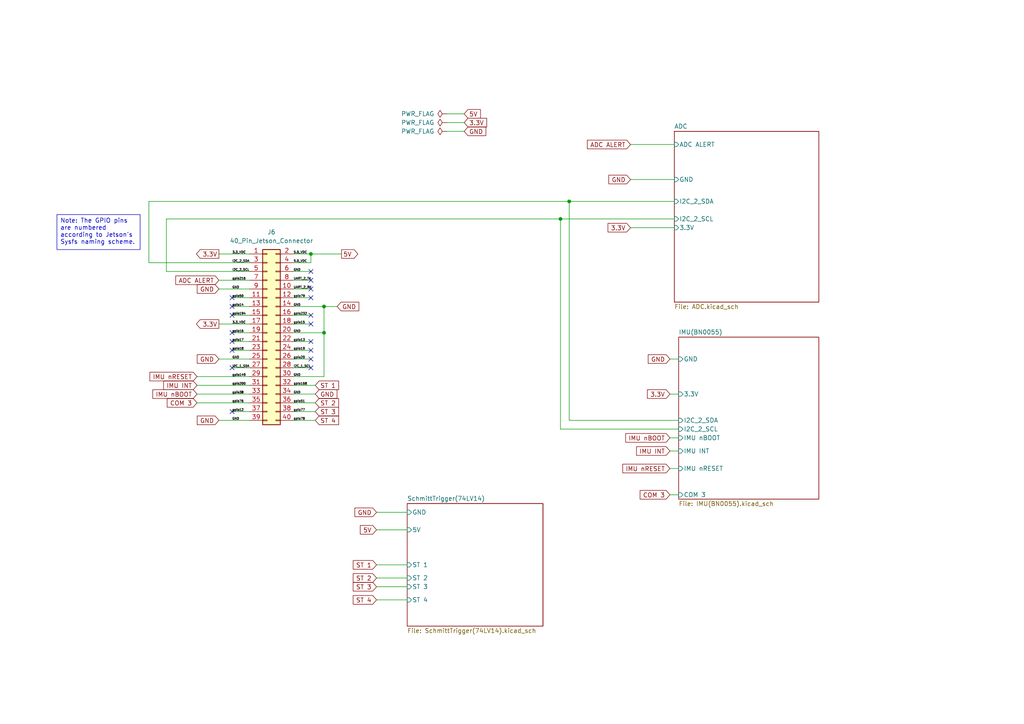
<source format=kicad_sch>
(kicad_sch (version 20231120) (generator "eeschema") (generator_version "8.0")
  (paper "A4")
  (lib_symbols
    (symbol "Connector_Generic:Conn_02x20_Odd_Even" (pin_names (offset 1.016) hide)
      (property "Reference" "J" (at 1.27 25.4 0))
      (property "Value" "Conn_02x20_Odd_Even" (at 1.27 -27.94 0))
      (symbol "Conn_02x20_Odd_Even_1_1"
        (rectangle (start -1.27 -25.273) (end 0 -25.527) (stroke (width 0.1524)))
        (rectangle (start -1.27 -22.733) (end 0 -22.987) (stroke (width 0.1524)))
        (rectangle (start -1.27 -20.193) (end 0 -20.447) (stroke (width 0.1524)))
        (rectangle (start -1.27 -17.653) (end 0 -17.907) (stroke (width 0.1524)))
        (rectangle (start -1.27 -15.113) (end 0 -15.367) (stroke (width 0.1524)))
        (rectangle (start -1.27 -12.573) (end 0 -12.827) (stroke (width 0.1524)))
        (rectangle (start -1.27 -10.033) (end 0 -10.287) (stroke (width 0.1524)))
        (rectangle (start -1.27 -7.493) (end 0 -7.747) (stroke (width 0.1524)))
        (rectangle (start -1.27 -4.953) (end 0 -5.207) (stroke (width 0.1524)))
        (rectangle (start -1.27 -2.413) (end 0 -2.667) (stroke (width 0.1524)))
        (rectangle (start -1.27 0.127) (end 0 -0.127) (stroke (width 0.1524)))
        (rectangle (start -1.27 2.667) (end 0 2.413) (stroke (width 0.1524)))
        (rectangle (start -1.27 5.207) (end 0 4.953) (stroke (width 0.1524)))
        (rectangle (start -1.27 7.747) (end 0 7.493) (stroke (width 0.1524)))
        (rectangle (start -1.27 10.287) (end 0 10.033) (stroke (width 0.1524)))
        (rectangle (start -1.27 12.827) (end 0 12.573) (stroke (width 0.1524)))
        (rectangle (start -1.27 15.367) (end 0 15.113) (stroke (width 0.1524)))
        (rectangle (start -1.27 17.907) (end 0 17.653) (stroke (width 0.1524)))
        (rectangle (start -1.27 20.447) (end 0 20.193) (stroke (width 0.1524)))
        (rectangle (start -1.27 22.987) (end 0 22.733) (stroke (width 0.1524)))
        (rectangle (start -1.27 24.13) (end 3.81 -26.67) (stroke (width 0.254)) (fill (type background)))
        (rectangle (start 3.81 -25.273) (end 2.54 -25.527) (stroke (width 0.1524)))
        (rectangle (start 3.81 -22.733) (end 2.54 -22.987) (stroke (width 0.1524)))
        (rectangle (start 3.81 -20.193) (end 2.54 -20.447) (stroke (width 0.1524)))
        (rectangle (start 3.81 -17.653) (end 2.54 -17.907) (stroke (width 0.1524)))
        (rectangle (start 3.81 -15.113) (end 2.54 -15.367) (stroke (width 0.1524)))
        (rectangle (start 3.81 -12.573) (end 2.54 -12.827) (stroke (width 0.1524)))
        (rectangle (start 3.81 -10.033) (end 2.54 -10.287) (stroke (width 0.1524)))
        (rectangle (start 3.81 -7.493) (end 2.54 -7.747) (stroke (width 0.1524)))
        (rectangle (start 3.81 -4.953) (end 2.54 -5.207) (stroke (width 0.1524)))
        (rectangle (start 3.81 -2.413) (end 2.54 -2.667) (stroke (width 0.1524)))
        (rectangle (start 3.81 0.127) (end 2.54 -0.127) (stroke (width 0.1524)))
        (rectangle (start 3.81 2.667) (end 2.54 2.413) (stroke (width 0.1524)))
        (rectangle (start 3.81 5.207) (end 2.54 4.953) (stroke (width 0.1524)))
        (rectangle (start 3.81 7.747) (end 2.54 7.493) (stroke (width 0.1524)))
        (rectangle (start 3.81 10.287) (end 2.54 10.033) (stroke (width 0.1524)))
        (rectangle (start 3.81 12.827) (end 2.54 12.573) (stroke (width 0.1524)))
        (rectangle (start 3.81 15.367) (end 2.54 15.113) (stroke (width 0.1524)))
        (rectangle (start 3.81 17.907) (end 2.54 17.653) (stroke (width 0.1524)))
        (rectangle (start 3.81 20.447) (end 2.54 20.193) (stroke (width 0.1524)))
        (rectangle (start 3.81 22.987) (end 2.54 22.733) (stroke (width 0.1524)))
        (pin passive line (at -5.08 22.86 0) (length 3.81) (name "Pin_1") (number "1"))
        (pin passive line (at 7.62 12.7 180) (length 3.81) (name "Pin_10") (number "10"))
        (pin passive line (at -5.08 10.16 0) (length 3.81) (name "Pin_11") (number "11"))
        (pin passive line (at 7.62 10.16 180) (length 3.81) (name "Pin_12") (number "12"))
        (pin passive line (at -5.08 7.62 0) (length 3.81) (name "Pin_13") (number "13"))
        (pin passive line (at 7.62 7.62 180) (length 3.81) (name "Pin_14") (number "14"))
        (pin passive line (at -5.08 5.08 0) (length 3.81) (name "Pin_15") (number "15"))
        (pin passive line (at 7.62 5.08 180) (length 3.81) (name "Pin_16") (number "16"))
        (pin passive line (at -5.08 2.54 0) (length 3.81) (name "Pin_17") (number "17"))
        (pin passive line (at 7.62 2.54 180) (length 3.81) (name "Pin_18") (number "18"))
        (pin passive line (at -5.08 0 0) (length 3.81) (name "Pin_19") (number "19"))
        (pin passive line (at 7.62 22.86 180) (length 3.81) (name "Pin_2") (number "2"))
        (pin passive line (at 7.62 0 180) (length 3.81) (name "Pin_20") (number "20"))
        (pin passive line (at -5.08 -2.54 0) (length 3.81) (name "Pin_21") (number "21"))
        (pin passive line (at 7.62 -2.54 180) (length 3.81) (name "Pin_22") (number "22"))
        (pin passive line (at -5.08 -5.08 0) (length 3.81) (name "Pin_23") (number "23"))
        (pin passive line (at 7.62 -5.08 180) (length 3.81) (name "Pin_24") (number "24"))
        (pin passive line (at -5.08 -7.62 0) (length 3.81) (name "Pin_25") (number "25"))
        (pin passive line (at 7.62 -7.62 180) (length 3.81) (name "Pin_26") (number "26"))
        (pin passive line (at -5.08 -10.16 0) (length 3.81) (name "Pin_27") (number "27"))
        (pin passive line (at 7.62 -10.16 180) (length 3.81) (name "Pin_28") (number "28"))
        (pin passive line (at -5.08 -12.7 0) (length 3.81) (name "Pin_29") (number "29"))
        (pin passive line (at -5.08 20.32 0) (length 3.81) (name "Pin_3") (number "3"))
        (pin passive line (at 7.62 -12.7 180) (length 3.81) (name "Pin_30") (number "30"))
        (pin passive line (at -5.08 -15.24 0) (length 3.81) (name "Pin_31") (number "31"))
        (pin passive line (at 7.62 -15.24 180) (length 3.81) (name "Pin_32") (number "32"))
        (pin passive line (at -5.08 -17.78 0) (length 3.81) (name "Pin_33") (number "33"))
        (pin passive line (at 7.62 -17.78 180) (length 3.81) (name "Pin_34") (number "34"))
        (pin passive line (at -5.08 -20.32 0) (length 3.81) (name "Pin_35") (number "35"))
        (pin passive line (at 7.62 -20.32 180) (length 3.81) (name "Pin_36") (number "36"))
        (pin passive line (at -5.08 -22.86 0) (length 3.81) (name "Pin_37") (number "37"))
        (pin passive line (at 7.62 -22.86 180) (length 3.81) (name "Pin_38") (number "38"))
        (pin passive line (at -5.08 -25.4 0) (length 3.81) (name "Pin_39") (number "39"))
        (pin passive line (at 7.62 20.32 180) (length 3.81) (name "Pin_4") (number "4"))
        (pin passive line (at 7.62 -25.4 180) (length 3.81) (name "Pin_40") (number "40"))
        (pin passive line (at -5.08 17.78 0) (length 3.81) (name "Pin_5") (number "5"))
        (pin passive line (at 7.62 17.78 180) (length 3.81) (name "Pin_6") (number "6"))
        (pin passive line (at -5.08 15.24 0) (length 3.81) (name "Pin_7") (number "7"))
        (pin passive line (at 7.62 15.24 180) (length 3.81) (name "Pin_8") (number "8"))
        (pin passive line (at -5.08 12.7 0) (length 3.81) (name "Pin_9") (number "9"))
      )
    )
    (symbol "power:PWR_FLAG" (power) (pin_numbers hide) (pin_names (offset 0) hide)
      (property "Value" "PWR_FLAG" (at 0 3.81 0))
      (symbol "PWR_FLAG_0_0"
        (pin power_out line (at 0 0 90) (length 0) (name "~") (number "1"))
      )
      (symbol "PWR_FLAG_0_1"
        (polyline (pts (xy 0 0) (xy 0 1.27) (xy -1.016 1.905) (xy 0 2.54) (xy 1.016 1.905) (xy 0 1.27)))
      )
    )
  )
  (junction (at 162.56 63.5))
  (junction (at 165.1 58.42))
  (junction (at 93.98 88.9))
  (junction (at 90.17 73.66))
  (junction (at 93.98 96.52))
  (no_connect (at 67.31 96.52))
  (no_connect (at 90.17 91.44))
  (no_connect (at 67.31 106.68))
  (no_connect (at 90.17 81.28))
  (no_connect (at 90.17 99.06))
  (no_connect (at 67.31 91.44))
  (no_connect (at 67.31 86.36))
  (no_connect (at 67.31 101.6))
  (no_connect (at 67.31 88.9))
  (no_connect (at 90.17 106.68))
  (no_connect (at 90.17 104.14))
  (no_connect (at 90.17 83.82))
  (no_connect (at 67.31 119.38))
  (no_connect (at 90.17 93.98))
  (no_connect (at 90.17 78.74))
  (no_connect (at 90.17 86.36))
  (no_connect (at 67.31 99.06))
  (no_connect (at 90.17 101.6))
  (wire (pts (xy 85.09 83.82) (xy 90.17 83.82)))
  (wire (pts (xy 43.18 58.42) (xy 43.18 76.2)))
  (wire (pts (xy 182.88 41.91) (xy 195.58 41.91)))
  (wire (pts (xy 109.22 163.83) (xy 118.11 163.83)))
  (wire (pts (xy 85.09 73.66) (xy 90.17 73.66)))
  (wire (pts (xy 109.22 148.59) (xy 118.11 148.59)))
  (wire (pts (xy 57.15 114.3) (xy 72.39 114.3)))
  (wire (pts (xy 57.15 109.22) (xy 72.39 109.22)))
  (wire (pts (xy 90.17 73.66) (xy 99.06 73.66)))
  (wire (pts (xy 85.09 76.2) (xy 90.17 76.2)))
  (wire (pts (xy 93.98 109.22) (xy 93.98 96.52)))
  (wire (pts (xy 165.1 121.92) (xy 165.1 58.42)))
  (wire (pts (xy 85.09 121.92) (xy 91.44 121.92)))
  (wire (pts (xy 93.98 88.9) (xy 97.79 88.9)))
  (wire (pts (xy 194.31 104.14) (xy 196.85 104.14)))
  (wire (pts (xy 67.31 88.9) (xy 72.39 88.9)))
  (wire (pts (xy 194.31 135.89) (xy 196.85 135.89)))
  (wire (pts (xy 67.31 96.52) (xy 72.39 96.52)))
  (wire (pts (xy 43.18 58.42) (xy 165.1 58.42)))
  (wire (pts (xy 194.31 127) (xy 196.85 127)))
  (wire (pts (xy 57.15 116.84) (xy 72.39 116.84)))
  (wire (pts (xy 63.5 104.14) (xy 72.39 104.14)))
  (wire (pts (xy 194.31 143.51) (xy 196.85 143.51)))
  (wire (pts (xy 129.54 38.1) (xy 134.62 38.1)))
  (wire (pts (xy 85.09 81.28) (xy 90.17 81.28)))
  (wire (pts (xy 182.88 66.04) (xy 195.58 66.04)))
  (wire (pts (xy 109.22 173.99) (xy 118.11 173.99)))
  (wire (pts (xy 67.31 91.44) (xy 72.39 91.44)))
  (wire (pts (xy 109.22 170.18) (xy 118.11 170.18)))
  (wire (pts (xy 67.31 101.6) (xy 72.39 101.6)))
  (wire (pts (xy 85.09 78.74) (xy 90.17 78.74)))
  (wire (pts (xy 48.26 63.5) (xy 48.26 78.74)))
  (wire (pts (xy 85.09 93.98) (xy 90.17 93.98)))
  (wire (pts (xy 195.58 58.42) (xy 165.1 58.42)))
  (wire (pts (xy 129.54 33.02) (xy 134.62 33.02)))
  (wire (pts (xy 194.31 114.3) (xy 196.85 114.3)))
  (wire (pts (xy 85.09 111.76) (xy 91.44 111.76)))
  (wire (pts (xy 93.98 96.52) (xy 93.98 88.9)))
  (wire (pts (xy 109.22 167.64) (xy 118.11 167.64)))
  (wire (pts (xy 85.09 86.36) (xy 90.17 86.36)))
  (wire (pts (xy 67.31 119.38) (xy 72.39 119.38)))
  (wire (pts (xy 90.17 73.66) (xy 90.17 76.2)))
  (wire (pts (xy 196.85 124.46) (xy 162.56 124.46)))
  (wire (pts (xy 43.18 76.2) (xy 72.39 76.2)))
  (wire (pts (xy 85.09 91.44) (xy 90.17 91.44)))
  (wire (pts (xy 162.56 63.5) (xy 195.58 63.5)))
  (wire (pts (xy 63.5 73.66) (xy 72.39 73.66)))
  (wire (pts (xy 194.31 130.81) (xy 196.85 130.81)))
  (wire (pts (xy 182.88 52.07) (xy 195.58 52.07)))
  (wire (pts (xy 85.09 88.9) (xy 93.98 88.9)))
  (wire (pts (xy 63.5 83.82) (xy 72.39 83.82)))
  (wire (pts (xy 67.31 99.06) (xy 72.39 99.06)))
  (wire (pts (xy 162.56 63.5) (xy 162.56 124.46)))
  (wire (pts (xy 85.09 101.6) (xy 90.17 101.6)))
  (wire (pts (xy 67.31 106.68) (xy 72.39 106.68)))
  (wire (pts (xy 85.09 109.22) (xy 93.98 109.22)))
  (wire (pts (xy 48.26 78.74) (xy 72.39 78.74)))
  (wire (pts (xy 63.5 121.92) (xy 72.39 121.92)))
  (wire (pts (xy 85.09 104.14) (xy 90.17 104.14)))
  (wire (pts (xy 85.09 96.52) (xy 93.98 96.52)))
  (wire (pts (xy 63.5 81.28) (xy 72.39 81.28)))
  (wire (pts (xy 85.09 116.84) (xy 91.44 116.84)))
  (wire (pts (xy 129.54 35.56) (xy 134.62 35.56)))
  (wire (pts (xy 63.5 93.98) (xy 72.39 93.98)))
  (wire (pts (xy 196.85 121.92) (xy 165.1 121.92)))
  (wire (pts (xy 85.09 99.06) (xy 90.17 99.06)))
  (wire (pts (xy 85.09 106.68) (xy 90.17 106.68)))
  (wire (pts (xy 48.26 63.5) (xy 162.56 63.5)))
  (wire (pts (xy 85.09 119.38) (xy 91.44 119.38)))
  (wire (pts (xy 67.31 86.36) (xy 72.39 86.36)))
  (wire (pts (xy 109.22 153.67) (xy 118.11 153.67)))
  (wire (pts (xy 85.09 114.3) (xy 91.44 114.3)))
  (wire (pts (xy 57.15 111.76) (xy 72.39 111.76)))
  (text_box "Note: The GPIO pins are numbered according to Jetson's Sysfs naming scheme." (at 16.51 62.23 0) (size 24.13 10.16) (effects (font (size 1.27 1.27)) (justify left top)))
  (label "gpio77" (at 85.09 119.38 0) (effects (font (size 0.635 0.635))))
  (label "gpio38" (at 67.31 114.3 0) (effects (font (size 0.635 0.635))))
  (label "gpio51" (at 85.09 116.84 0) (effects (font (size 0.635 0.635))))
  (label "GND" (at 85.09 88.9 0) (effects (font (size 0.635 0.635))))
  (label "gpio194" (at 67.31 91.44 0) (effects (font (size 0.635 0.635))))
  (label "GND" (at 85.09 109.22 0) (effects (font (size 0.635 0.635))))
  (label "GND" (at 67.31 83.82 0) (effects (font (size 0.635 0.635))))
  (label "gpio200" (at 67.31 111.76 0) (effects (font (size 0.635 0.635))))
  (label "gpio14" (at 67.31 88.9 0) (effects (font (size 0.635 0.635))))
  (label "gpio168" (at 85.09 111.76 0) (effects (font (size 0.635 0.635))))
  (label "GND" (at 85.09 78.74 0) (effects (font (size 0.635 0.635))))
  (label "I2C_2_SCL" (at 67.31 78.74 0) (effects (font (size 0.635 0.635))))
  (label "gpio13" (at 85.09 99.06 0) (effects (font (size 0.635 0.635))))
  (label "I2C_2_SDA" (at 67.31 76.2 0) (effects (font (size 0.635 0.635))))
  (label "gpio16" (at 67.31 96.52 0) (effects (font (size 0.635 0.635))))
  (label "gpio76" (at 67.31 116.84 0) (effects (font (size 0.635 0.635))))
  (label "GND" (at 85.09 114.3 0) (effects (font (size 0.635 0.635))))
  (label "gpio17" (at 67.31 99.06 0) (effects (font (size 0.635 0.635))))
  (label "gpio20" (at 85.09 104.14 0) (effects (font (size 0.635 0.635))))
  (label "gpio232" (at 85.09 91.44 0) (effects (font (size 0.635 0.635))))
  (label "gpio79" (at 85.09 86.36 0) (effects (font (size 0.635 0.635))))
  (label "3.3_VDC" (at 67.31 93.98 0) (effects (font (size 0.635 0.635))))
  (label "UART_2_RX" (at 85.09 83.82 0) (effects (font (size 0.635 0.635))))
  (label "I2C_1_SCL" (at 85.09 106.68 0) (effects (font (size 0.635 0.635))))
  (label "gpio19" (at 85.09 101.6 0) (effects (font (size 0.635 0.635))))
  (label "gpio78" (at 85.09 121.92 0) (effects (font (size 0.635 0.635))))
  (label "gpio149" (at 67.31 109.22 0) (effects (font (size 0.635 0.635))))
  (label "5.0_VDC" (at 85.09 76.2 0) (effects (font (size 0.635 0.635))))
  (label "gpio50" (at 67.31 86.36 0) (effects (font (size 0.635 0.635))))
  (label "GND" (at 85.09 96.52 0) (effects (font (size 0.635 0.635))))
  (label "GND" (at 67.31 104.14 0) (effects (font (size 0.635 0.635))))
  (label "UART_2_TX" (at 85.09 81.28 0) (effects (font (size 0.635 0.635))))
  (label "gpio12" (at 67.31 119.38 0) (effects (font (size 0.635 0.635))))
  (label "gpio216" (at 67.31 81.28 0) (effects (font (size 0.635 0.635))))
  (label "3.3_VDC" (at 67.31 73.66 0) (effects (font (size 0.635 0.635))))
  (label "I2C_1_SDA" (at 67.31 106.68 0) (effects (font (size 0.635 0.635))))
  (label "gpio15" (at 85.09 93.98 0) (effects (font (size 0.635 0.635))))
  (label "GND" (at 67.31 121.92 0) (effects (font (size 0.635 0.635))))
  (label "gpio18" (at 67.31 101.6 0) (effects (font (size 0.635 0.635))))
  (label "5.0_VDC" (at 85.09 73.66 0) (effects (font (size 0.635 0.635))))
  (global_label "5V" (shape input) (at 109.22 153.67 180) (property "Intersheetrefs" "${INTERSHEET_REFS}" (effects (hide yes))))
  (global_label "ADC ALERT" (shape input) (at 182.88 41.91 180) (property "Intersheetrefs" "${INTERSHEET_REFS}" (effects (hide yes))))
  (global_label "3.3V" (shape output) (at 63.5 93.98 180) (property "Intersheetrefs" "${INTERSHEET_REFS}" (effects (hide yes))))
  (global_label "GND" (shape input) (at 91.44 114.3 0) (property "Intersheetrefs" "${INTERSHEET_REFS}" (effects (hide yes))))
  (global_label "ADC ALERT" (shape input) (at 63.5 81.28 180) (property "Intersheetrefs" "${INTERSHEET_REFS}" (effects (hide yes))))
  (global_label "COM 3" (shape input) (at 194.31 143.51 180) (property "Intersheetrefs" "${INTERSHEET_REFS}" (effects (hide yes))))
  (global_label "COM 3" (shape input) (at 57.15 116.84 180) (property "Intersheetrefs" "${INTERSHEET_REFS}" (effects (hide yes))))
  (global_label "IMU INT" (shape input) (at 57.15 111.76 180) (property "Intersheetrefs" "${INTERSHEET_REFS}" (effects (hide yes))))
  (global_label "ST 4" (shape input) (at 109.22 173.99 180) (property "Intersheetrefs" "${INTERSHEET_REFS}" (effects (hide yes))))
  (global_label "ST 2" (shape input) (at 109.22 167.64 180) (property "Intersheetrefs" "${INTERSHEET_REFS}" (effects (hide yes))))
  (global_label "GND" (shape input) (at 134.62 38.1 0) (property "Intersheetrefs" "${INTERSHEET_REFS}" (effects (hide yes))))
  (global_label "IMU INT" (shape input) (at 194.31 130.81 180) (property "Intersheetrefs" "${INTERSHEET_REFS}" (effects (hide yes))))
  (global_label "IMU nRESET" (shape input) (at 57.15 109.22 180) (property "Intersheetrefs" "${INTERSHEET_REFS}" (effects (hide yes))))
  (global_label "ST 1" (shape input) (at 91.44 111.76 0) (property "Intersheetrefs" "${INTERSHEET_REFS}" (effects (hide yes))))
  (global_label "IMU nBOOT" (shape input) (at 194.31 127 180) (property "Intersheetrefs" "${INTERSHEET_REFS}" (effects (hide yes))))
  (global_label "IMU nRESET" (shape input) (at 194.31 135.89 180) (property "Intersheetrefs" "${INTERSHEET_REFS}" (effects (hide yes))))
  (global_label "GND" (shape input) (at 63.5 121.92 180) (property "Intersheetrefs" "${INTERSHEET_REFS}" (effects (hide yes))))
  (global_label "5V" (shape output) (at 99.06 73.66 0) (property "Intersheetrefs" "${INTERSHEET_REFS}" (effects (hide yes))))
  (global_label "ST 1" (shape input) (at 109.22 163.83 180) (property "Intersheetrefs" "${INTERSHEET_REFS}" (effects (hide yes))))
  (global_label "GND" (shape input) (at 63.5 83.82 180) (property "Intersheetrefs" "${INTERSHEET_REFS}" (effects (hide yes))))
  (global_label "GND" (shape input) (at 63.5 104.14 180) (property "Intersheetrefs" "${INTERSHEET_REFS}" (effects (hide yes))))
  (global_label "GND" (shape input) (at 109.22 148.59 180) (property "Intersheetrefs" "${INTERSHEET_REFS}" (effects (hide yes))))
  (global_label "ST 3" (shape input) (at 91.44 119.38 0) (property "Intersheetrefs" "${INTERSHEET_REFS}" (effects (hide yes))))
  (global_label "ST 4" (shape input) (at 91.44 121.92 0) (property "Intersheetrefs" "${INTERSHEET_REFS}" (effects (hide yes))))
  (global_label "3.3V" (shape input) (at 194.31 114.3 180) (property "Intersheetrefs" "${INTERSHEET_REFS}" (effects (hide yes))))
  (global_label "GND" (shape input) (at 194.31 104.14 180) (property "Intersheetrefs" "${INTERSHEET_REFS}" (effects (hide yes))))
  (global_label "GND" (shape input) (at 182.88 52.07 180) (property "Intersheetrefs" "${INTERSHEET_REFS}" (effects (hide yes))))
  (global_label "3.3V" (shape input) (at 134.62 35.56 0) (property "Intersheetrefs" "${INTERSHEET_REFS}" (effects (hide yes))))
  (global_label "ST 2" (shape input) (at 91.44 116.84 0) (property "Intersheetrefs" "${INTERSHEET_REFS}" (effects (hide yes))))
  (global_label "IMU nBOOT" (shape input) (at 57.15 114.3 180) (property "Intersheetrefs" "${INTERSHEET_REFS}" (effects (hide yes))))
  (global_label "GND" (shape input) (at 97.79 88.9 0) (property "Intersheetrefs" "${INTERSHEET_REFS}" (effects (hide yes))))
  (global_label "3.3V" (shape input) (at 182.88 66.04 180) (property "Intersheetrefs" "${INTERSHEET_REFS}" (effects (hide yes))))
  (global_label "5V" (shape input) (at 134.62 33.02 0) (property "Intersheetrefs" "${INTERSHEET_REFS}" (effects (hide yes))))
  (global_label "ST 3" (shape input) (at 109.22 170.18 180) (property "Intersheetrefs" "${INTERSHEET_REFS}" (effects (hide yes))))
  (global_label "3.3V" (shape output) (at 63.5 73.66 180) (property "Intersheetrefs" "${INTERSHEET_REFS}" (effects (hide yes))))
  (symbol (lib_id "power:PWR_FLAG") (at 129.54 35.56 90) (unit 1)
    (property "Reference" "#FLG03" (effects (hide yes)))
    (property "Value" "PWR_FLAG" (at 121.158 35.56 90))
    (property "Description" "Special symbol for telling ERC where power comes from" (effects (hide yes)))
  )
  (symbol (lib_id "Connector_Generic:Conn_02x20_Odd_Even") (at 77.47 96.52 0) (unit 1)
    (property "Reference" "J6" (at 78.74 67.31 0))
    (property "Value" "40_Pin_Jetson_Connector" (at 78.74 69.85 0))
    (property "Footprint" "Connector_PinHeader_2.54mm:PinHeader_2x20_P2.54mm_Vertical" (effects (hide yes)))
    (property "Description" "Generic connector, double row, 02x20, odd/even pin numbering scheme (row 1 odd numbers, row 2 even numbers), script generated (kicad-library-utils/schlib/autogen/connector/)" (effects (hide yes)))
  )
  (symbol (lib_id "power:PWR_FLAG") (at 129.54 38.1 90) (unit 1)
    (property "Reference" "#FLG04" (effects (hide yes)))
    (property "Value" "PWR_FLAG" (at 121.158 38.1 90))
    (property "Description" "Special symbol for telling ERC where power comes from" (effects (hide yes)))
  )
  (symbol (lib_id "power:PWR_FLAG") (at 129.54 33.02 90) (unit 1)
    (property "Reference" "#FLG01" (effects (hide yes)))
    (property "Value" "PWR_FLAG" (at 121.158 33.02 90))
    (property "Description" "Special symbol for telling ERC where power comes from" (effects (hide yes)))
  )
  (sheet (at 196.85 97.79) (size 40.64 46.99) (stroke (width 0.1524))
    (property "Sheetname" "IMU(BN0055)" (at 196.85 97.0784 0) (effects (justify left bottom)))
    (property "Sheetfile" "IMU(BN0055).kicad_sch" (at 196.85 145.3646 0) (effects (justify left top)))
    (pin "GND" input (at 196.85 104.14 180))
    (pin "3.3V" input (at 196.85 114.3 180))
    (pin "I2C_2_SDA" input (at 196.85 121.92 180))
    (pin "IMU nBOOT" input (at 196.85 127 180))
    (pin "IMU INT" input (at 196.85 130.81 180))
    (pin "IMU nRESET" input (at 196.85 135.89 180))
    (pin "I2C_2_SCL" input (at 196.85 124.46 180))
    (pin "COM 3" input (at 196.85 143.51 180))
  )
  (sheet (at 118.11 146.05) (size 39.37 35.56) (stroke (width 0.1524))
    (property "Sheetname" "SchmittTrigger(74LV14)" (at 118.11 145.3384 0) (effects (justify left bottom)))
    (property "Sheetfile" "SchmittTrigger(74LV14).kicad_sch" (at 118.11 182.1946 0) (effects (justify left top)))
    (pin "GND" input (at 118.11 148.59 180))
    (pin "5V" input (at 118.11 153.67 180))
    (pin "ST 3" input (at 118.11 170.18 180))
    (pin "ST 1" input (at 118.11 163.83 180))
    (pin "ST 2" input (at 118.11 167.64 180))
    (pin "ST 4" input (at 118.11 173.99 180))
  )
  (sheet (at 195.58 38.1) (size 41.91 49.53) (stroke (width 0.1524))
    (property "Sheetname" "ADC" (at 195.58 37.3884 0) (effects (justify left bottom)))
    (property "Sheetfile" "ADC.kicad_sch" (at 195.58 88.2146 0) (effects (justify left top)))
    (pin "ADC ALERT" input (at 195.58 41.91 180))
    (pin "I2C_2_SCL" input (at 195.58 63.5 180))
    (pin "I2C_2_SDA" input (at 195.58 58.42 180))
    (pin "GND" input (at 195.58 52.07 180))
    (pin "3.3V" input (at 195.58 66.04 180))
  )
)
</source>
